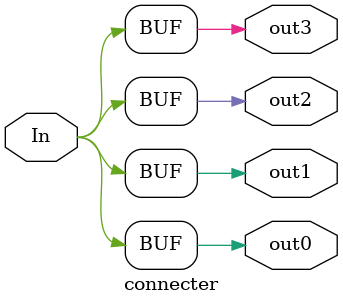
<source format=v>

module connecter(In,out0,out1,out2,out3);
input In;
output out0,out1,out2,out3;

buf buf0(out0,In);

buf buf1(out1,In);

buf buf2(out2,In);

buf buf3(out3,In);
endmodule

</source>
